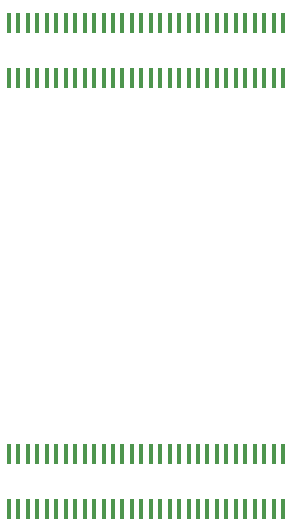
<source format=gbp>
G04*
G04 #@! TF.GenerationSoftware,Altium Limited,Altium Designer,22.1.2 (22)*
G04*
G04 Layer_Color=128*
%FSLAX25Y25*%
%MOIN*%
G70*
G04*
G04 #@! TF.SameCoordinates,691D6CEF-7681-4429-9CE0-D2776B591AA1*
G04*
G04*
G04 #@! TF.FilePolarity,Positive*
G04*
G01*
G75*
%ADD38R,0.01378X0.06693*%
D38*
X9941Y-134449D02*
D03*
X13091D02*
D03*
X16240Y-134449D02*
D03*
X19390D02*
D03*
X22539D02*
D03*
X25689Y-134449D02*
D03*
X28839D02*
D03*
X31988D02*
D03*
X35138D02*
D03*
X38287Y-134449D02*
D03*
X41437Y-134449D02*
D03*
X44587D02*
D03*
X47736D02*
D03*
X50886D02*
D03*
X54035D02*
D03*
X57185Y-134449D02*
D03*
X60335Y-134449D02*
D03*
X63484D02*
D03*
X66634D02*
D03*
X69784D02*
D03*
X72933D02*
D03*
X76083Y-134449D02*
D03*
X79232D02*
D03*
X82382Y-134449D02*
D03*
X85532D02*
D03*
X88681D02*
D03*
X91831Y-134449D02*
D03*
X94980D02*
D03*
X98130D02*
D03*
X101279Y-152953D02*
D03*
X98130D02*
D03*
X94980D02*
D03*
X91831D02*
D03*
X88681D02*
D03*
X85532D02*
D03*
X82382D02*
D03*
X79232D02*
D03*
X76083D02*
D03*
X72933D02*
D03*
X69784D02*
D03*
X66634D02*
D03*
X63484D02*
D03*
X60335D02*
D03*
X57185D02*
D03*
X54035D02*
D03*
X50886D02*
D03*
X47736D02*
D03*
X44587D02*
D03*
X41437D02*
D03*
X38287D02*
D03*
X35138D02*
D03*
X31988D02*
D03*
X28839D02*
D03*
X25689D02*
D03*
X22539D02*
D03*
X19390D02*
D03*
X16240D02*
D03*
X13091D02*
D03*
X9941D02*
D03*
X101279Y-134449D02*
D03*
X9941Y9252D02*
D03*
X13091D02*
D03*
X16240Y9252D02*
D03*
X19390D02*
D03*
X22539D02*
D03*
X25689Y9252D02*
D03*
X28839D02*
D03*
X31988D02*
D03*
X35138D02*
D03*
X38287Y9252D02*
D03*
X41437Y9252D02*
D03*
X44587D02*
D03*
X47736D02*
D03*
X50886D02*
D03*
X54035D02*
D03*
X57185Y9252D02*
D03*
X60335Y9252D02*
D03*
X63484D02*
D03*
X66634D02*
D03*
X69784D02*
D03*
X72933D02*
D03*
X76083Y9252D02*
D03*
X79232D02*
D03*
X82382Y9252D02*
D03*
X85532D02*
D03*
X88681D02*
D03*
X91831Y9252D02*
D03*
X94980D02*
D03*
X98130D02*
D03*
X101279Y-9252D02*
D03*
X98130D02*
D03*
X94980D02*
D03*
X91831D02*
D03*
X88681D02*
D03*
X85532D02*
D03*
X82382D02*
D03*
X79232D02*
D03*
X76083D02*
D03*
X72933D02*
D03*
X69784D02*
D03*
X66634D02*
D03*
X63484D02*
D03*
X60335D02*
D03*
X57185D02*
D03*
X54035D02*
D03*
X50886D02*
D03*
X47736D02*
D03*
X44587D02*
D03*
X41437D02*
D03*
X38287D02*
D03*
X35138D02*
D03*
X31988D02*
D03*
X28839D02*
D03*
X25689D02*
D03*
X22539D02*
D03*
X19390D02*
D03*
X16240D02*
D03*
X13091D02*
D03*
X9941D02*
D03*
X101279Y9252D02*
D03*
M02*

</source>
